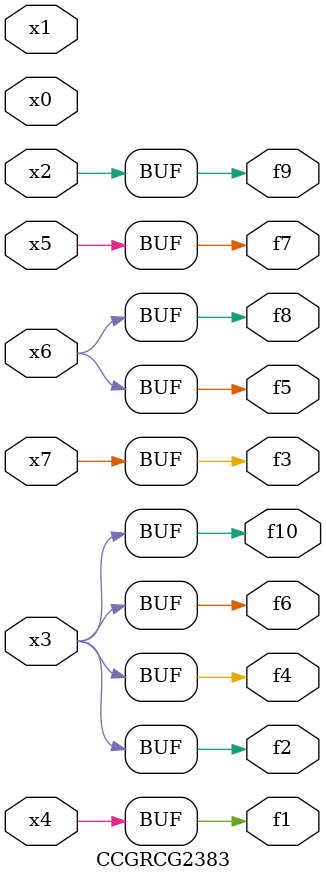
<source format=v>
module CCGRCG2383(
	input x0, x1, x2, x3, x4, x5, x6, x7,
	output f1, f2, f3, f4, f5, f6, f7, f8, f9, f10
);
	assign f1 = x4;
	assign f2 = x3;
	assign f3 = x7;
	assign f4 = x3;
	assign f5 = x6;
	assign f6 = x3;
	assign f7 = x5;
	assign f8 = x6;
	assign f9 = x2;
	assign f10 = x3;
endmodule

</source>
